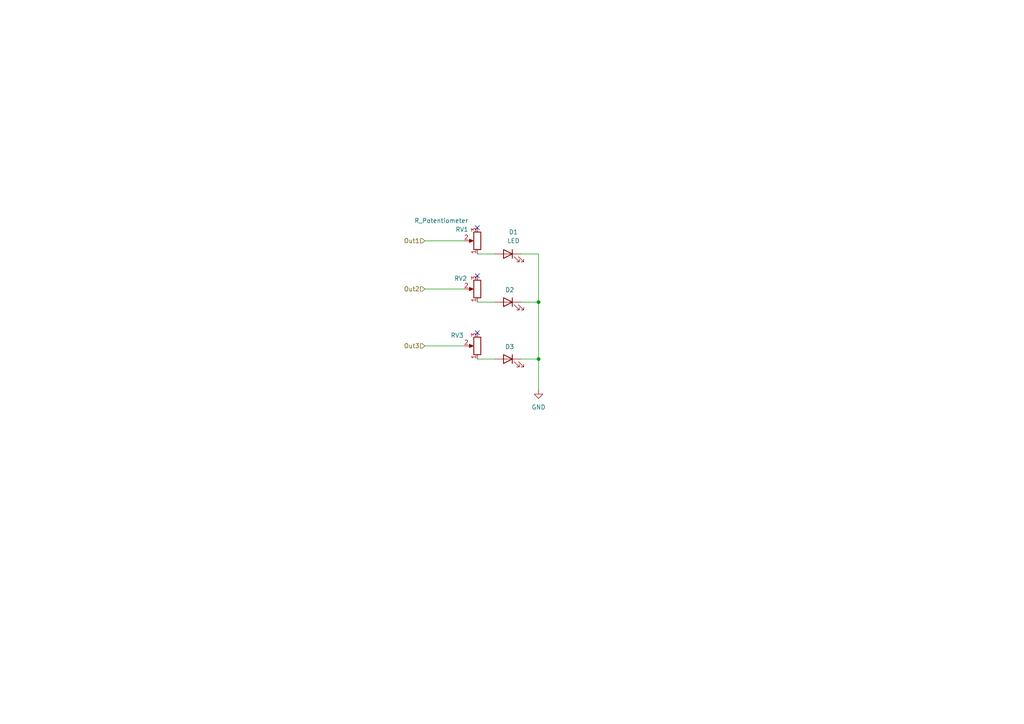
<source format=kicad_sch>
(kicad_sch (version 20231120) (generator "eeschema") (generator_version "8.0")
  (paper "A4")
  (lib_symbols
    (symbol "Device:LED" (pin_numbers hide) (pin_names (offset 1.016) hide)
      (property "Reference" "D" (at 0 2.54 0))
      (property "Value" "LED" (at 0 -2.54 0))
      (symbol "LED_0_1"
        (polyline (pts (xy -1.27 -1.27) (xy -1.27 1.27)) (stroke (width 0.254)))
        (polyline (pts (xy -1.27 0) (xy 1.27 0)))
        (polyline (pts (xy 1.27 -1.27) (xy 1.27 1.27) (xy -1.27 0) (xy 1.27 -1.27)) (stroke (width 0.254)))
        (polyline (pts (xy -3.048 -0.762) (xy -4.572 -2.286) (xy -3.81 -2.286) (xy -4.572 -2.286) (xy -4.572 -1.524)))
        (polyline (pts (xy -1.778 -0.762) (xy -3.302 -2.286) (xy -2.54 -2.286) (xy -3.302 -2.286) (xy -3.302 -1.524)))
      )
      (symbol "LED_1_1"
        (pin passive line (at -3.81 0 0) (length 2.54) (name "K") (number "1"))
        (pin passive line (at 3.81 0 180) (length 2.54) (name "A") (number "2"))
      )
    )
    (symbol "Device:R_Potentiometer" (pin_names (offset 1.016) hide)
      (property "Reference" "RV" (at -4.445 0 90))
      (property "Value" "R_Potentiometer" (at -2.54 0 90))
      (symbol "R_Potentiometer_0_1"
        (polyline (pts (xy 2.54 0) (xy 1.524 0)))
        (polyline (pts (xy 1.143 0) (xy 2.286 0.508) (xy 2.286 -0.508) (xy 1.143 0)) (fill (type outline)))
        (rectangle (start 1.016 2.54) (end -1.016 -2.54) (stroke (width 0.254)))
      )
      (symbol "R_Potentiometer_1_1"
        (pin passive line (at 0 3.81 270) (length 1.27) (name "1") (number "1"))
        (pin passive line (at 3.81 0 180) (length 1.27) (name "2") (number "2"))
        (pin passive line (at 0 -3.81 90) (length 1.27) (name "3") (number "3"))
      )
    )
    (symbol "power:GND" (power) (pin_numbers hide) (pin_names (offset 0) hide)
      (property "Value" "GND" (at 0 -3.81 0))
      (symbol "GND_0_1"
        (polyline (pts (xy 0 0) (xy 0 -1.27) (xy 1.27 -1.27) (xy 0 -2.54) (xy -1.27 -1.27) (xy 0 -1.27)))
      )
      (symbol "GND_1_1"
        (pin power_in line (at 0 0 270) (length 0) (name "~") (number "1"))
      )
    )
  )
  (junction (at 156.21 104.14))
  (junction (at 156.21 87.63))
  (no_connect (at 138.43 80.01))
  (no_connect (at 138.43 96.52))
  (no_connect (at 138.43 66.04))
  (wire (pts (xy 156.21 87.63) (xy 156.21 104.14)))
  (wire (pts (xy 143.51 104.14) (xy 138.43 104.14)))
  (wire (pts (xy 156.21 87.63) (xy 151.13 87.63)))
  (wire (pts (xy 123.19 100.33) (xy 134.62 100.33)))
  (wire (pts (xy 123.19 83.82) (xy 134.62 83.82)))
  (wire (pts (xy 143.51 87.63) (xy 138.43 87.63)))
  (wire (pts (xy 156.21 73.66) (xy 156.21 87.63)))
  (wire (pts (xy 123.19 69.85) (xy 134.62 69.85)))
  (wire (pts (xy 156.21 104.14) (xy 151.13 104.14)))
  (wire (pts (xy 156.21 104.14) (xy 156.21 113.03)))
  (wire (pts (xy 151.13 73.66) (xy 156.21 73.66)))
  (wire (pts (xy 143.51 73.66) (xy 138.43 73.66)))
  (hierarchical_label "Out1" (shape input) (at 123.19 69.85 180))
  (hierarchical_label "Out3" (shape input) (at 123.19 100.33 180))
  (hierarchical_label "Out2" (shape input) (at 123.19 83.82 180))
  (symbol (lib_id "Device:LED") (at 147.32 104.14 0) (mirror y) (unit 1)
    (property "Reference" "D3" (at 147.828 100.584 0))
    (property "Value" "LED" (effects (hide yes)))
    (property "Description" "Light emitting diode" (effects (hide yes)))
  )
  (symbol (lib_id "power:GND") (at 156.21 113.03 0) (unit 1)
    (property "Reference" "#PWR01" (effects (hide yes)))
    (property "Value" "GND" (at 156.21 118.11 0))
    (property "Description" "Power symbol creates a global label with name \"GND\" , ground" (effects (hide yes)))
  )
  (symbol (lib_id "Device:R_Potentiometer") (at 138.43 83.82 180) (unit 1)
    (property "Reference" "RV2" (at 133.604 80.772 0))
    (property "Value" "R_Potentiometer" (effects (hide yes)))
    (property "Description" "Potentiometer" (effects (hide yes)))
  )
  (symbol (lib_id "Device:LED") (at 147.32 73.66 0) (mirror y) (unit 1)
    (property "Reference" "D1" (at 148.9075 67.31 0))
    (property "Value" "LED" (at 148.9075 69.85 0))
    (property "Description" "Light emitting diode" (effects (hide yes)))
  )
  (symbol (lib_id "Device:LED") (at 147.32 87.63 0) (mirror y) (unit 1)
    (property "Reference" "D2" (at 147.828 84.074 0))
    (property "Value" "LED" (effects (hide yes)))
    (property "Description" "Light emitting diode" (effects (hide yes)))
  )
  (symbol (lib_id "Device:R_Potentiometer") (at 138.43 100.33 180) (unit 1)
    (property "Reference" "RV3" (at 132.588 97.282 0))
    (property "Value" "R_Potentiometer" (effects (hide yes)))
    (property "Description" "Potentiometer" (effects (hide yes)))
  )
  (symbol (lib_id "Device:R_Potentiometer") (at 138.43 69.85 180) (unit 1)
    (property "Reference" "RV1" (at 132.08 66.548 0) (effects (justify right)))
    (property "Value" "R_Potentiometer" (at 120.142 64.008 0) (effects (justify right)))
    (property "Description" "Potentiometer" (effects (hide yes)))
  )
)
</source>
